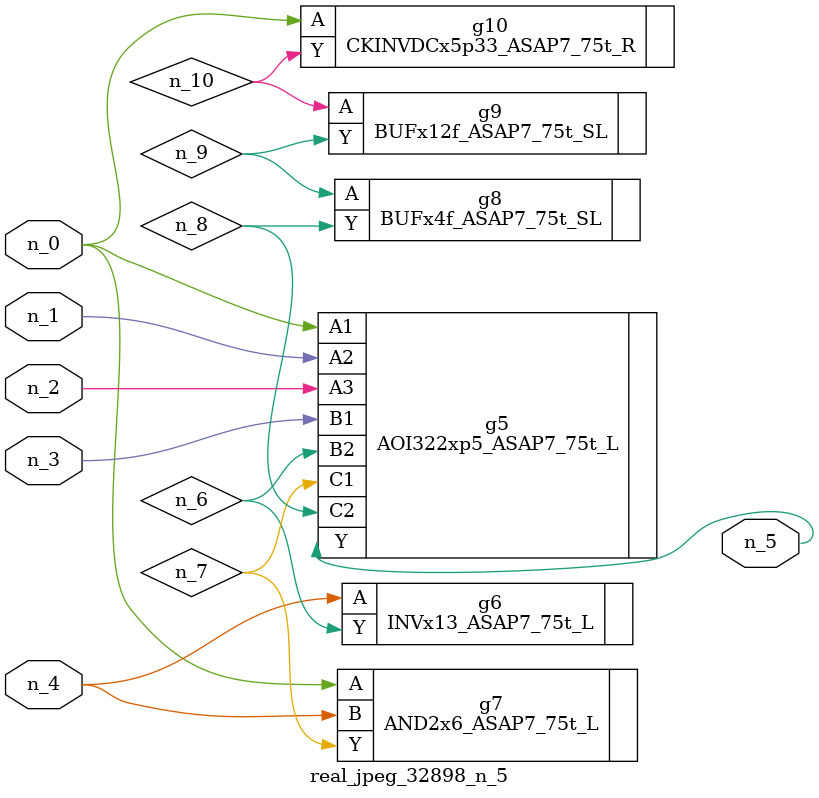
<source format=v>
module real_jpeg_32898_n_5 (n_4, n_0, n_1, n_2, n_3, n_5);

input n_4;
input n_0;
input n_1;
input n_2;
input n_3;

output n_5;

wire n_8;
wire n_6;
wire n_7;
wire n_10;
wire n_9;

AOI322xp5_ASAP7_75t_L g5 ( 
.A1(n_0),
.A2(n_1),
.A3(n_2),
.B1(n_3),
.B2(n_6),
.C1(n_7),
.C2(n_8),
.Y(n_5)
);

AND2x6_ASAP7_75t_L g7 ( 
.A(n_0),
.B(n_4),
.Y(n_7)
);

CKINVDCx5p33_ASAP7_75t_R g10 ( 
.A(n_0),
.Y(n_10)
);

INVx13_ASAP7_75t_L g6 ( 
.A(n_4),
.Y(n_6)
);

BUFx4f_ASAP7_75t_SL g8 ( 
.A(n_9),
.Y(n_8)
);

BUFx12f_ASAP7_75t_SL g9 ( 
.A(n_10),
.Y(n_9)
);


endmodule
</source>
